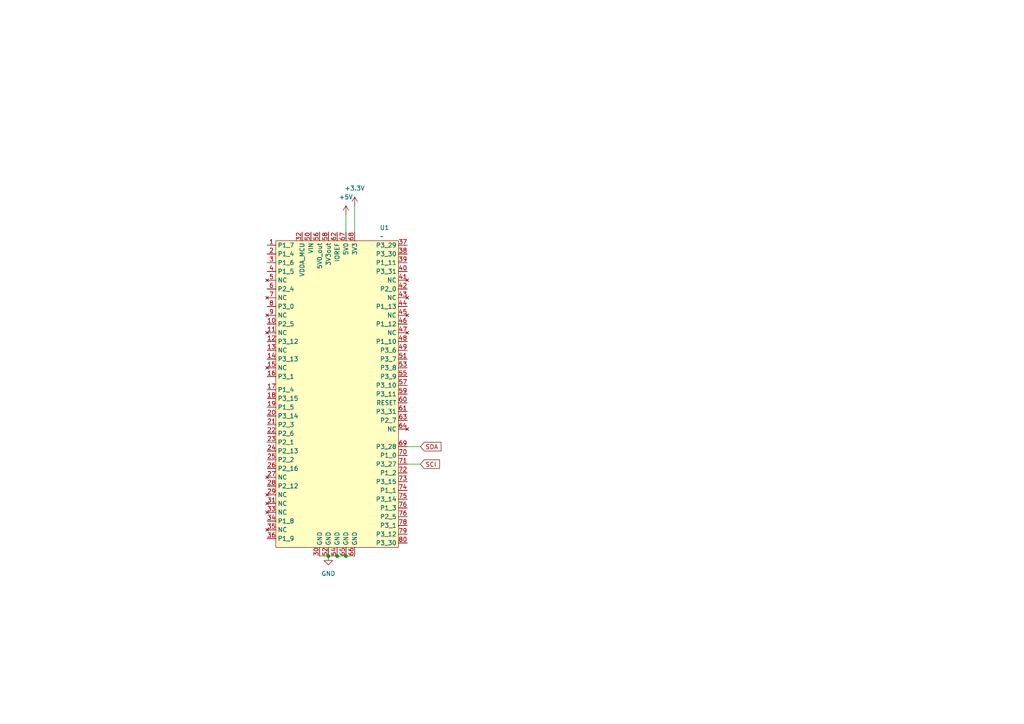
<source format=kicad_sch>
(kicad_sch (version 20231120) (generator "eeschema") (generator_version "8.0")
  (paper "A4")
  (lib_symbols
    (symbol "frdm-mcxa153:frdm-mcxa153"
      (property "Reference" "U1" (at 12.3541 45.72 0))
      (property "Value" "~" (at 12.3541 43.18 0))
      (symbol "frdm-mcxa153_1_1"
        (rectangle (start -17.78 41.91) (end 17.78 -46.99) (fill (type background)))
        (pin bidirectional line (at -20.32 40.64 0) (length 2.54) (name "P1_7") (number "1"))
        (pin bidirectional line (at -20.32 17.78 0) (length 2.54) (name "P2_5") (number "10"))
        (pin no_connect line (at -20.32 15.24 0) (length 2.54) (name "NC") (number "11"))
        (pin bidirectional line (at -20.32 12.7 0) (length 2.54) (name "P3_12") (number "12"))
        (pin bidirectional line (at -20.32 10.16 0) (length 2.54) (name "NC") (number "13"))
        (pin bidirectional line (at -20.32 7.62 0) (length 2.54) (name "P3_13") (number "14"))
        (pin no_connect line (at -20.32 5.08 0) (length 2.54) (name "NC") (number "15"))
        (pin bidirectional line (at -20.32 2.54 0) (length 2.54) (name "P3_1") (number "16"))
        (pin bidirectional line (at -20.32 -1.27 0) (length 2.54) (name "P1_4") (number "17"))
        (pin bidirectional line (at -20.32 -3.81 0) (length 2.54) (name "P3_15") (number "18"))
        (pin bidirectional line (at -20.32 -6.35 0) (length 2.54) (name "P1_5") (number "19"))
        (pin bidirectional line (at -20.32 38.1 0) (length 2.54) (name "P1_4") (number "2"))
        (pin bidirectional line (at -20.32 -8.89 0) (length 2.54) (name "P3_14") (number "20"))
        (pin bidirectional line (at -20.32 -11.43 0) (length 2.54) (name "P2_3") (number "21"))
        (pin bidirectional line (at -20.32 -13.97 0) (length 2.54) (name "P2_6") (number "22"))
        (pin bidirectional line (at -20.32 -16.51 0) (length 2.54) (name "P2_1") (number "23"))
        (pin bidirectional line (at -20.32 -19.05 0) (length 2.54) (name "P2_13") (number "24"))
        (pin bidirectional line (at -20.32 -21.59 0) (length 2.54) (name "P2_2") (number "25"))
        (pin bidirectional line (at -20.32 -24.13 0) (length 2.54) (name "P2_16") (number "26"))
        (pin no_connect line (at -20.32 -26.67 0) (length 2.54) (name "NC") (number "27"))
        (pin bidirectional line (at -20.32 -29.21 0) (length 2.54) (name "P2_12") (number "28"))
        (pin no_connect line (at -20.32 -31.75 0) (length 2.54) (name "NC") (number "29"))
        (pin bidirectional line (at -20.32 35.56 0) (length 2.54) (name "P1_6") (number "3"))
        (pin power_in line (at -5.08 -49.53 90) (length 2.54) (name "GND") (number "30"))
        (pin no_connect line (at -20.32 -34.29 0) (length 2.54) (name "NC") (number "31"))
        (pin power_in line (at -10.16 44.45 270) (length 2.54) (name "VDDA_MCU") (number "32"))
        (pin no_connect line (at -20.32 -36.83 0) (length 2.54) (name "NC") (number "33"))
        (pin bidirectional line (at -20.32 -39.37 0) (length 2.54) (name "P1_8") (number "34"))
        (pin no_connect line (at -20.32 -41.91 0) (length 2.54) (name "NC") (number "35"))
        (pin bidirectional line (at -20.32 -44.45 0) (length 2.54) (name "P1_9") (number "36"))
        (pin bidirectional line (at 20.32 40.64 180) (length 2.54) (name "P3_29") (number "37"))
        (pin bidirectional line (at 20.32 38.1 180) (length 2.54) (name "P3_30") (number "38"))
        (pin bidirectional line (at 20.32 35.56 180) (length 2.54) (name "P1_11") (number "39"))
        (pin bidirectional line (at -20.32 33.02 0) (length 2.54) (name "P1_5") (number "4"))
        (pin bidirectional line (at 20.32 33.02 180) (length 2.54) (name "P3_31") (number "40"))
        (pin no_connect line (at 20.32 30.48 180) (length 2.54) (name "NC") (number "41"))
        (pin bidirectional line (at 20.32 27.94 180) (length 2.54) (name "P2_0") (number "42"))
        (pin no_connect line (at 20.32 25.4 180) (length 2.54) (name "NC") (number "43"))
        (pin bidirectional line (at 20.32 22.86 180) (length 2.54) (name "P1_13") (number "44"))
        (pin no_connect line (at 20.32 20.32 180) (length 2.54) (name "NC") (number "45"))
        (pin bidirectional line (at 20.32 17.78 180) (length 2.54) (name "P1_12") (number "46"))
        (pin no_connect line (at 20.32 15.24 180) (length 2.54) (name "NC") (number "47"))
        (pin bidirectional line (at 20.32 12.7 180) (length 2.54) (name "P1_10") (number "48"))
        (pin bidirectional line (at 20.32 10.16 180) (length 2.54) (name "P3_6") (number "49"))
        (pin no_connect line (at -20.32 30.48 0) (length 2.54) (name "NC") (number "5"))
        (pin power_in line (at -7.62 44.45 270) (length 2.54) (name "VIN") (number "50"))
        (pin bidirectional line (at 20.32 7.62 180) (length 2.54) (name "P3_7") (number "51"))
        (pin power_in line (at -2.54 -49.53 90) (length 2.54) (name "GND") (number "52"))
        (pin bidirectional line (at 20.32 5.08 180) (length 2.54) (name "P3_8") (number "53"))
        (pin power_in line (at 0 -49.53 90) (length 2.54) (name "GND") (number "54"))
        (pin bidirectional line (at 20.32 2.54 180) (length 2.54) (name "P3_9") (number "55"))
        (pin power_out line (at -5.08 44.45 270) (length 2.54) (name "5V0_out") (number "56"))
        (pin bidirectional line (at 20.32 0 180) (length 2.54) (name "P3_10") (number "57"))
        (pin power_out line (at -2.54 44.45 270) (length 2.54) (name "3V3out") (number "58"))
        (pin bidirectional line (at 20.32 -2.54 180) (length 2.54) (name "P3_11") (number "59"))
        (pin bidirectional line (at -20.32 27.94 0) (length 2.54) (name "P2_4") (number "6"))
        (pin input line (at 20.32 -5.08 180) (length 2.54) (name "RESET") (number "60"))
        (pin bidirectional line (at 20.32 -7.62 180) (length 2.54) (name "P3_31") (number "61"))
        (pin power_in line (at 0 44.45 270) (length 2.54) (name "IOREF") (number "62"))
        (pin bidirectional line (at 20.32 -10.16 180) (length 2.54) (name "P2_7") (number "63"))
        (pin no_connect line (at 20.32 -12.7 180) (length 2.54) (name "NC") (number "64"))
        (pin power_in line (at 2.54 -49.53 90) (length 2.54) (name "GND") (number "65"))
        (pin power_in line (at 5.08 -49.53 90) (length 2.54) (name "GND") (number "66"))
        (pin power_out line (at 2.54 44.45 270) (length 2.54) (name "5V0") (number "67"))
        (pin output line (at 5.08 44.45 270) (length 2.54) (name "3V3") (number "68"))
        (pin bidirectional line (at 20.32 -17.78 180) (length 2.54) (name "P3_28") (number "69"))
        (pin no_connect line (at -20.32 25.4 0) (length 2.54) (name "NC") (number "7"))
        (pin bidirectional line (at 20.32 -20.32 180) (length 2.54) (name "P1_0") (number "70"))
        (pin power_in line (at 20.32 -22.86 180) (length 2.54) (name "P3_27") (number "71"))
        (pin bidirectional line (at 20.32 -25.4 180) (length 2.54) (name "P1_2") (number "72"))
        (pin input line (at 20.32 -27.94 180) (length 2.54) (name "P3_15") (number "73"))
        (pin bidirectional line (at 20.32 -30.48 180) (length 2.54) (name "P1_1") (number "74"))
        (pin bidirectional line (at 20.32 -33.02 180) (length 2.54) (name "P3_14") (number "75"))
        (pin bidirectional line (at 20.32 -35.56 180) (length 2.54) (name "P1_3") (number "76"))
        (pin bidirectional line (at 20.32 -38.1 180) (length 2.54) (name "P2_5") (number "76"))
        (pin bidirectional line (at 20.32 -40.64 180) (length 2.54) (name "P3_1") (number "78"))
        (pin bidirectional line (at 20.32 -43.18 180) (length 2.54) (name "P3_12") (number "79"))
        (pin bidirectional line (at -20.32 22.86 0) (length 2.54) (name "P3_0") (number "8"))
        (pin bidirectional line (at 20.32 -45.72 180) (length 2.54) (name "P3_30") (number "80"))
        (pin no_connect line (at -20.32 20.32 0) (length 2.54) (name "NC") (number "9"))
      )
    )
    (symbol "power:+3.3V" (power) (pin_numbers hide) (pin_names (offset 0) hide)
      (property "Value" "+3.3V" (at 0 3.556 0))
      (symbol "+3.3V_0_1"
        (polyline (pts (xy -0.762 1.27) (xy 0 2.54)))
        (polyline (pts (xy 0 0) (xy 0 2.54)))
        (polyline (pts (xy 0 2.54) (xy 0.762 1.27)))
      )
      (symbol "+3.3V_1_1"
        (pin power_in line (at 0 0 90) (length 0) (name "~") (number "1"))
      )
    )
    (symbol "power:+5V" (power) (pin_numbers hide) (pin_names (offset 0) hide)
      (property "Value" "+5V" (at 0 3.556 0))
      (symbol "+5V_0_1"
        (polyline (pts (xy -0.762 1.27) (xy 0 2.54)))
        (polyline (pts (xy 0 0) (xy 0 2.54)))
        (polyline (pts (xy 0 2.54) (xy 0.762 1.27)))
      )
      (symbol "+5V_1_1"
        (pin power_in line (at 0 0 90) (length 0) (name "~") (number "1"))
      )
    )
    (symbol "power:GND" (power) (pin_numbers hide) (pin_names (offset 0) hide)
      (property "Value" "GND" (at 0 -3.81 0))
      (symbol "GND_0_1"
        (polyline (pts (xy 0 0) (xy 0 -1.27) (xy 1.27 -1.27) (xy 0 -2.54) (xy -1.27 -1.27) (xy 0 -1.27)))
      )
      (symbol "GND_1_1"
        (pin power_in line (at 0 0 270) (length 0) (name "~") (number "1"))
      )
    )
  )
  (junction (at 100.33 161.29))
  (junction (at 95.25 161.29))
  (junction (at 97.79 161.29))
  (wire (pts (xy 102.87 59.69) (xy 102.87 67.31)))
  (wire (pts (xy 118.11 134.62) (xy 121.92 134.62)))
  (wire (pts (xy 97.79 161.29) (xy 100.33 161.29)))
  (wire (pts (xy 118.11 129.54) (xy 121.92 129.54)))
  (wire (pts (xy 100.33 62.23) (xy 100.33 67.31)))
  (wire (pts (xy 92.71 161.29) (xy 95.25 161.29)))
  (wire (pts (xy 100.33 161.29) (xy 102.87 161.29)))
  (wire (pts (xy 95.25 161.29) (xy 97.79 161.29)))
  (global_label "SCl" (shape input) (at 121.92 134.62 0) (property "Intersheetrefs" "${INTERSHEET_REFS}" (effects (hide yes))))
  (global_label "SDA" (shape input) (at 121.92 129.54 0) (property "Intersheetrefs" "${INTERSHEET_REFS}" (effects (hide yes))))
  (symbol (lib_id "frdm-mcxa153:frdm-mcxa153") (at 97.79 111.76 0) (unit 1)
    (property "Reference" "U1" (at 110.1441 66.04 0) (effects (justify left)))
    (property "Value" "~" (at 110.1441 68.58 0) (effects (justify left)))
    (property "Footprint" "frdm-mcxa153:FRDM-MCXA153" (effects (hide yes)))
  )
  (symbol (lib_id "power:GND") (at 95.25 161.29 0) (unit 1)
    (property "Reference" "#PWR01" (effects (hide yes)))
    (property "Value" "GND" (at 95.25 166.37 0))
    (property "Description" "Power symbol creates a global label with name \"GND\" , ground" (effects (hide yes)))
  )
  (symbol (lib_id "power:+3.3V") (at 102.87 59.69 0) (unit 1)
    (property "Reference" "#PWR03" (effects (hide yes)))
    (property "Value" "+3.3V" (at 102.87 54.61 0))
    (property "Description" "Power symbol creates a global label with name \"+3.3V\"" (effects (hide yes)))
  )
  (symbol (lib_id "power:+5V") (at 100.33 62.23 0) (unit 1)
    (property "Reference" "#PWR02" (effects (hide yes)))
    (property "Value" "+5V" (at 100.33 57.15 0))
    (property "Description" "Power symbol creates a global label with name \"+5V\"" (effects (hide yes)))
  )
)
</source>
